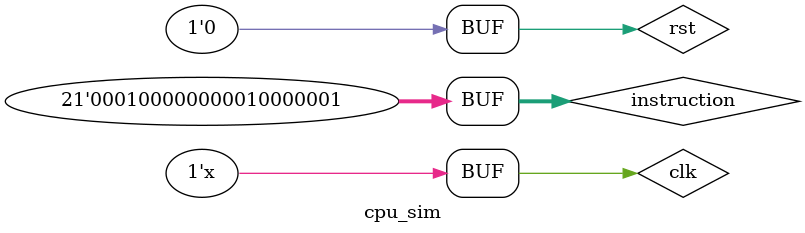
<source format=v>
`timescale 1ns / 1ps


module register8_sim();

    reg [7:0] inp;
    wire [7:0] out;
    reg wrt;
    reg clk;
    reg e;
    reg reset;
    
    reg8 register(wrt, inp, clk, reset, e, out);
    
    always #10 clk = ~clk;
    
    initial begin
        clk = 0;
        reset = 1;
        wrt = 1;
        e = 1;
        #1 reset = 0;
        inp = 12;
        #49 inp = 4;
        #30 wrt = 0;
        #1 wrt = 1;
        inp = 5;
        #40
        reset = 1;
        inp = 8;
    end

endmodule

module mux_sim();
    reg [2:0] sel;
    reg [7:0] d0, d1, d2, d3, d4, d5, d6, d7;
    wire [7:0] out;
    
    mux8_1 mux(sel, d0, d1, d2, d3, d4, d5, d6, d7, out);
    
    initial begin
        
        d0 = 0;
        d1 = 2;
        d4 = 3;
        d5 = 4;
        d6 = 5;
        d7 = 6;
        d2 = 7;
        d3 = 4;
        sel = 2;
    end

endmodule

module decoder_sim();
    reg [2:0] sel;
    wire [7:0] out;
    reg e;
    
    
    decoder3_8 decd(e, sel, out);
    
    initial begin
        sel = 2;
        e = 1;
    end

endmodule


module regfile_sim();
    reg [2:0] dst;
    reg ld;
    reg clk;
    reg rst;
    reg [7:0] dataIn;
    wire [7:0] regOut_0;
    wire [7:0] regOut_1;
    wire [7:0] regOut_2;
    wire [7:0] regOut_3;
    wire [7:0] regOut_4;
    wire [7:0] regOut_5;
    wire [7:0] regOut_6;
    
    always #10 clk = ~clk;
    
    register_file regfile(dst, ld, clk, rst, dataIn, 
        regOut_0, regOut_1, regOut_2, regOut_3, regOut_4, regOut_5, regOut_6);
    
    initial begin
        clk = 0;
        rst = 1;
        ld = 1;
        dst = 0;
        #1 rst = 0;
        dataIn = 4;
        #39 dst = 2;
        dataIn = 7; 
        
    end
    
endmodule


module ins_decoder_sim();
    reg [20:0] instruction;
    wire z;
    wire [2:0] op;
    wire [7:0] im;
    wire [2:0] src1;
    wire [2:0] src2;
    wire [2:0] dst;
    
    ins_decoder _ins_decoder(instruction, z, op, im, src1, src2, dst);
    
    initial begin
        
        instruction = 21'b101100001100101111101;
    
    end

endmodule


module cpu_sim();
    reg [20:0] instruction;
    reg clk, rst;
    
    CPU _cpu(instruction, clk, rst);
    
    always #10 clk = ~clk;
    
    initial begin
        clk = 0;
        rst = 1;
        #1 rst = 0;
        
        instruction <= {1'b0, 3'd3, 8'd45, 3'b111, 3'b000, 3'b000}; #9;
        instruction <= {1'b0, 3'd3, 8'd12, 3'b111, 3'b000, 3'b001}; #20;
        instruction <= {1'b0, 3'd0, 8'd0, 3'b000, 3'b001, 3'b010}; #20;
        instruction <= {1'b0, 3'd3, 8'd30, 3'b111, 3'b000, 3'b000}; #20;
        instruction <= {1'b0, 3'd1, 8'd0, 3'b010, 3'b000, 3'b001}; #20;
    
    end

endmodule

</source>
